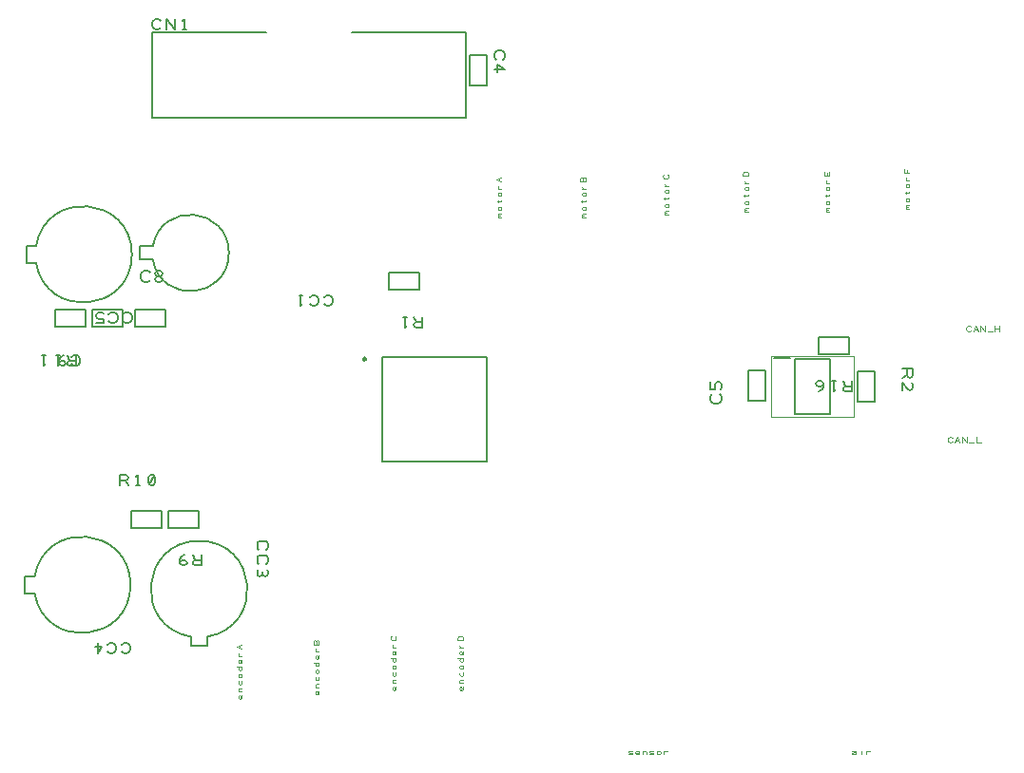
<source format=gto>
G04 EasyPC Gerber Version 21.0.3 Build 4286 *
%FSLAX35Y35*%
%MOIN*%
%ADD78C,0.00100*%
%ADD104C,0.00197*%
%ADD16C,0.00500*%
%ADD90C,0.00787*%
%ADD103C,0.00984*%
X0Y0D02*
D02*
D16*
X257070Y106309D02*
G75*
G03Y112191I16680J2941D01*
G01*
X253750*
Y106309*
X257070*
X257570Y222309D02*
G75*
G03Y228191I16680J2941D01*
G01*
X254250*
Y222309*
X257570*
X271581Y189844D02*
Y186094D01*
X269393*
X268768Y186406*
X268456Y187031*
X268768Y187656*
X269393Y187969*
X271581*
X269393D02*
X268456Y189844D01*
X265956D02*
X264706D01*
X265331D02*
Y186094D01*
X265956Y186719*
X260956Y189844D02*
X259706D01*
X260331D02*
Y186094D01*
X260956Y186719*
X269956Y189219D02*
X270268Y189531D01*
X270893Y189844*
X271831*
X272456Y189531*
X272768Y189219*
X273081Y188594*
Y187344*
X272768Y186719*
X272456Y186406*
X271831Y186094*
X270893*
X270268Y186406*
X269956Y186719*
X267143Y189844D02*
X266518Y189531D01*
X265893Y188906*
X265581Y187969*
Y187031*
X265893Y186406*
X266518Y186094*
X267143*
X267768Y186406*
X268081Y187031*
X267768Y187656*
X267143Y187969*
X266518*
X265893Y187656*
X265581Y187031*
X275081Y205719D02*
X264419D01*
Y199781*
X275081*
Y205719*
X286919Y144156D02*
Y147906D01*
X289107*
X289732Y147594*
X290044Y146969*
X289732Y146344*
X289107Y146031*
X286919*
X289107D02*
X290044Y144156D01*
X292544D02*
X293794D01*
X293169D02*
Y147906D01*
X292544Y147281*
X297232Y144469D02*
X297857Y144156D01*
X298482*
X299107Y144469*
X299419Y145094*
Y146969*
X299107Y147594*
X298482Y147906*
X297857*
X297232Y147594*
X296919Y146969*
Y145094*
X297232Y144469*
X299107Y147594*
X288081Y205719D02*
X277419D01*
Y199781*
X288081*
Y205719*
X287562Y88250D02*
X287874Y88563D01*
X288500Y88876*
X289437*
X290062Y88563*
X290374Y88250*
X290687Y87626*
Y86376*
X290374Y85750*
X290062Y85438*
X289437Y85126*
X288500*
X287874Y85438*
X287562Y85750*
X282562Y88250D02*
X282874Y88563D01*
X283500Y88876*
X284437*
X285062Y88563*
X285374Y88250*
X285687Y87626*
Y86376*
X285374Y85750*
X285062Y85438*
X284437Y85126*
X283500*
X282874Y85438*
X282562Y85750*
X279124Y88876D02*
Y85126D01*
X280687Y87626*
X278187*
X290919Y129281D02*
X301581D01*
Y135219*
X290919*
Y129281*
X288062Y204250D02*
X288374Y204563D01*
X289000Y204876*
X289937*
X290562Y204563*
X290874Y204250*
X291187Y203626*
Y202376*
X290874Y201750*
X290562Y201438*
X289937Y201126*
X289000*
X288374Y201438*
X288062Y201750*
X283062Y204250D02*
X283374Y204563D01*
X284000Y204876*
X284937*
X285562Y204563*
X285874Y204250*
X286187Y203626*
Y202376*
X285874Y201750*
X285562Y201438*
X284937Y201126*
X284000*
X283374Y201438*
X283062Y201750*
X281187Y204563D02*
X280562Y204876D01*
X279624*
X279000Y204563*
X278687Y203938*
Y203626*
X279000Y203000*
X279624Y202688*
X281187*
Y201126*
X278687*
X292419Y199781D02*
X303081D01*
Y205719*
X292419*
Y199781*
X297544Y216281D02*
X297232Y215969D01*
X296607Y215656*
X295669*
X295044Y215969*
X294732Y216281*
X294419Y216906*
Y218156*
X294732Y218781*
X295044Y219094*
X295669Y219406*
X296607*
X297232Y219094*
X297544Y218781*
X300357Y217531D02*
X300982D01*
X301607Y217844*
X301919Y218469*
X301607Y219094*
X300982Y219406*
X300357*
X299732Y219094*
X299419Y218469*
X299732Y217844*
X300357Y217531*
X299732Y217219*
X299419Y216594*
X299732Y215969*
X300357Y215656*
X300982*
X301607Y215969*
X301919Y216594*
X301607Y217219*
X300982Y217531*
X301375Y304813D02*
X301063Y304500D01*
X300437Y304187*
X299500*
X298875Y304500*
X298563Y304813*
X298250Y305437*
Y306687*
X298563Y307313*
X298875Y307625*
X299500Y307937*
X300437*
X301063Y307625*
X301375Y307313*
X303250Y304187D02*
Y307937D01*
X306375Y304187*
Y307937*
X308875Y304187D02*
X310125D01*
X309500D02*
Y307937D01*
X308875Y307313*
X298521Y223417D02*
G75*
G03Y228083I13229J2333D01*
G01*
X293796*
Y223417*
X298521*
X314581Y135219D02*
X303919D01*
Y129281*
X314581*
Y135219*
X315581Y119844D02*
Y116094D01*
X313393*
X312768Y116406*
X312456Y117031*
X312768Y117656*
X313393Y117969*
X315581*
X313393D02*
X312456Y119844D01*
X309643D02*
X309018Y119531D01*
X308393Y118906*
X308081Y117969*
Y117031*
X308393Y116406*
X309018Y116094*
X309643*
X310268Y116406*
X310581Y117031*
X310268Y117656*
X309643Y117969*
X309018*
X308393Y117656*
X308081Y117031*
X317691Y91070D02*
G75*
G03X311809I-2941J16680D01*
G01*
Y87750*
X317691*
Y91070*
X335750Y121562D02*
X335437Y121874D01*
X335124Y122500*
Y123437*
X335437Y124062*
X335750Y124374*
X336374Y124687*
X337624*
X338250Y124374*
X338562Y124062*
X338874Y123437*
Y122500*
X338562Y121874*
X338250Y121562*
X335750Y116562D02*
X335437Y116874D01*
X335124Y117500*
Y118437*
X335437Y119062*
X335750Y119374*
X336374Y119687*
X337624*
X338250Y119374*
X338562Y119062*
X338874Y118437*
Y117500*
X338562Y116874*
X338250Y116562*
X335437Y114374D02*
X335124Y113750D01*
Y113124*
X335437Y112500*
X336062Y112187*
X336687Y112500*
X337000Y113124*
Y113750*
Y113124D02*
X337312Y112500D01*
X337937Y112187*
X338562Y112500*
X338874Y113124*
Y113750*
X338562Y114374*
X338250Y303250D02*
X298250D01*
Y273250*
X408250*
Y303250*
X368250*
X358558Y210254D02*
X358870Y210567D01*
X359496Y210880*
X360433*
X361058Y210567*
X361370Y210254*
X361683Y209630*
Y208380*
X361370Y207754*
X361058Y207442*
X360433Y207130*
X359496*
X358870Y207442*
X358558Y207754*
X353558Y210254D02*
X353870Y210567D01*
X354496Y210880*
X355433*
X356058Y210567*
X356370Y210254*
X356683Y209630*
Y208380*
X356370Y207754*
X356058Y207442*
X355433Y207130*
X354496*
X353870Y207442*
X353558Y207754*
X351058Y210880D02*
X349808D01*
X350433D02*
Y207130D01*
X351058Y207754*
X392081Y218719D02*
X381419D01*
Y212781*
X392081*
Y218719*
X393081Y203344D02*
Y199594D01*
X390893*
X390268Y199906*
X389956Y200531*
X390268Y201156*
X390893Y201469*
X393081*
X390893D02*
X389956Y203344D01*
X387456D02*
X386206D01*
X386831D02*
Y199594D01*
X387456Y200219*
X409781Y295081D02*
Y284419D01*
X415719*
Y295081*
X409781*
X418813Y293625D02*
X418500Y293937D01*
X418187Y294563*
Y295500*
X418500Y296125*
X418813Y296437*
X419437Y296750*
X420687*
X421313Y296437*
X421625Y296125*
X421937Y295500*
Y294563*
X421625Y293937*
X421313Y293625*
X418187Y290187D02*
X421937D01*
X419437Y291750*
Y289250*
X497219Y176044D02*
X497531Y175732D01*
X497844Y175107*
Y174169*
X497531Y173544*
X497219Y173232*
X496594Y172919*
X495344*
X494719Y173232*
X494406Y173544*
X494094Y174169*
Y175107*
X494406Y175732*
X494719Y176044*
X497531Y177919D02*
X497844Y178544D01*
Y179482*
X497531Y180107*
X496906Y180419*
X496594*
X495969Y180107*
X495656Y179482*
Y177919*
X494094*
Y180419*
X513219Y173919D02*
Y184581D01*
X507281*
Y173919*
X513219*
X542581Y196219D02*
X531919D01*
Y190281*
X542581*
Y196219*
X543581Y180844D02*
Y177094D01*
X541393*
X540768Y177406*
X540456Y178031*
X540768Y178656*
X541393Y178969*
X543581*
X541393D02*
X540456Y180844D01*
X537956D02*
X536706D01*
X537331D02*
Y177094D01*
X537956Y177719*
X533581Y179906D02*
X533268Y179281D01*
X532643Y178969*
X532018*
X531393Y179281*
X531081Y179906*
X531393Y180531*
X532018Y180844*
X532643*
X533268Y180531*
X533581Y179906*
Y178969*
X533268Y178031*
X532643Y177406*
X532018Y177094*
X545781Y184081D02*
Y173419D01*
X551719*
Y184081*
X545781*
X561156Y185081D02*
X564906D01*
Y182893*
X564594Y182268*
X563969Y181956*
X563344Y182268*
X563031Y182893*
Y185081*
Y182893D02*
X561156Y181956D01*
Y177581D02*
Y180081D01*
X563344Y177893*
X563969Y177581*
X564594Y177893*
X564906Y178518*
Y179456*
X564594Y180081*
D02*
D78*
X329625Y70500D02*
X329781Y70344D01*
Y70031*
Y69719*
X329625Y69406*
X329313Y69250*
X328844*
X328687Y69406*
X328531Y69719*
Y70031*
X328687Y70344*
X328844Y70500*
X329000*
X329156Y70344*
X329313Y70031*
Y69719*
X329156Y69406*
X329000Y69250*
X329781Y71750D02*
X328531D01*
X329000D02*
X328687Y71906D01*
X328531Y72219*
Y72531*
X328687Y72844*
X329000Y73000*
X329781*
X328687Y75500D02*
X328531Y75187D01*
Y74719*
X328687Y74406*
X329000Y74250*
X329313*
X329625Y74406*
X329781Y74719*
Y75187*
X329625Y75500*
X329313Y76750D02*
X329625Y76906D01*
X329781Y77219*
Y77531*
X329625Y77844*
X329313Y78000*
X329000*
X328687Y77844*
X328531Y77531*
Y77219*
X328687Y76906*
X329000Y76750*
X329313*
X329000Y80500D02*
X328687Y80344D01*
X328531Y80031*
Y79719*
X328687Y79406*
X329000Y79250*
X329313*
X329625Y79406*
X329781Y79719*
Y80031*
X329625Y80344*
X329313Y80500*
X329781D02*
X327906D01*
X329625Y83000D02*
X329781Y82844D01*
Y82531*
Y82219*
X329625Y81906*
X329313Y81750*
X328844*
X328687Y81906*
X328531Y82219*
Y82531*
X328687Y82844*
X328844Y83000*
X329000*
X329156Y82844*
X329313Y82531*
Y82219*
X329156Y81906*
X329000Y81750*
X329781Y84250D02*
X328531D01*
X329000D02*
X328687Y84406D01*
X328531Y84719*
Y85031*
X328687Y85344*
X329781Y86750D02*
X327906Y87531D01*
X329781Y88313*
X329000Y87063D02*
Y88000D01*
X356625Y72000D02*
X356781Y71844D01*
Y71531*
Y71219*
X356625Y70906*
X356313Y70750*
X355844*
X355687Y70906*
X355531Y71219*
Y71531*
X355687Y71844*
X355844Y72000*
X356000*
X356156Y71844*
X356313Y71531*
Y71219*
X356156Y70906*
X356000Y70750*
X356781Y73250D02*
X355531D01*
X356000D02*
X355687Y73406D01*
X355531Y73719*
Y74031*
X355687Y74344*
X356000Y74500*
X356781*
X355687Y77000D02*
X355531Y76687D01*
Y76219*
X355687Y75906*
X356000Y75750*
X356313*
X356625Y75906*
X356781Y76219*
Y76687*
X356625Y77000*
X356313Y78250D02*
X356625Y78406D01*
X356781Y78719*
Y79031*
X356625Y79344*
X356313Y79500*
X356000*
X355687Y79344*
X355531Y79031*
Y78719*
X355687Y78406*
X356000Y78250*
X356313*
X356000Y82000D02*
X355687Y81844D01*
X355531Y81531*
Y81219*
X355687Y80906*
X356000Y80750*
X356313*
X356625Y80906*
X356781Y81219*
Y81531*
X356625Y81844*
X356313Y82000*
X356781D02*
X354906D01*
X356625Y84500D02*
X356781Y84344D01*
Y84031*
Y83719*
X356625Y83406*
X356313Y83250*
X355844*
X355687Y83406*
X355531Y83719*
Y84031*
X355687Y84344*
X355844Y84500*
X356000*
X356156Y84344*
X356313Y84031*
Y83719*
X356156Y83406*
X356000Y83250*
X356781Y85750D02*
X355531D01*
X356000D02*
X355687Y85906D01*
X355531Y86219*
Y86531*
X355687Y86844*
X355844Y89344D02*
X356000Y89656D01*
X356313Y89813*
X356625Y89656*
X356781Y89344*
Y88250*
X354906*
Y89344*
X355063Y89656*
X355375Y89813*
X355687Y89656*
X355844Y89344*
Y88250*
X383625Y73500D02*
X383781Y73344D01*
Y73031*
Y72719*
X383625Y72406*
X383313Y72250*
X382844*
X382687Y72406*
X382531Y72719*
Y73031*
X382687Y73344*
X382844Y73500*
X383000*
X383156Y73344*
X383313Y73031*
Y72719*
X383156Y72406*
X383000Y72250*
X383781Y74750D02*
X382531D01*
X383000D02*
X382687Y74906D01*
X382531Y75219*
Y75531*
X382687Y75844*
X383000Y76000*
X383781*
X382687Y78500D02*
X382531Y78187D01*
Y77719*
X382687Y77406*
X383000Y77250*
X383313*
X383625Y77406*
X383781Y77719*
Y78187*
X383625Y78500*
X383313Y79750D02*
X383625Y79906D01*
X383781Y80219*
Y80531*
X383625Y80844*
X383313Y81000*
X383000*
X382687Y80844*
X382531Y80531*
Y80219*
X382687Y79906*
X383000Y79750*
X383313*
X383000Y83500D02*
X382687Y83344D01*
X382531Y83031*
Y82719*
X382687Y82406*
X383000Y82250*
X383313*
X383625Y82406*
X383781Y82719*
Y83031*
X383625Y83344*
X383313Y83500*
X383781D02*
X381906D01*
X383625Y86000D02*
X383781Y85844D01*
Y85531*
Y85219*
X383625Y84906*
X383313Y84750*
X382844*
X382687Y84906*
X382531Y85219*
Y85531*
X382687Y85844*
X382844Y86000*
X383000*
X383156Y85844*
X383313Y85531*
Y85219*
X383156Y84906*
X383000Y84750*
X383781Y87250D02*
X382531D01*
X383000D02*
X382687Y87406D01*
X382531Y87719*
Y88031*
X382687Y88344*
X383469Y91313D02*
X383625Y91156D01*
X383781Y90844*
Y90375*
X383625Y90063*
X383469Y89906*
X383156Y89750*
X382531*
X382219Y89906*
X382063Y90063*
X381906Y90375*
Y90844*
X382063Y91156*
X382219Y91313*
X407125Y73500D02*
X407281Y73344D01*
Y73031*
Y72719*
X407125Y72406*
X406813Y72250*
X406344*
X406187Y72406*
X406031Y72719*
Y73031*
X406187Y73344*
X406344Y73500*
X406500*
X406656Y73344*
X406813Y73031*
Y72719*
X406656Y72406*
X406500Y72250*
X407281Y74750D02*
X406031D01*
X406500D02*
X406187Y74906D01*
X406031Y75219*
Y75531*
X406187Y75844*
X406500Y76000*
X407281*
X406187Y78500D02*
X406031Y78187D01*
Y77719*
X406187Y77406*
X406500Y77250*
X406813*
X407125Y77406*
X407281Y77719*
Y78187*
X407125Y78500*
X406813Y79750D02*
X407125Y79906D01*
X407281Y80219*
Y80531*
X407125Y80844*
X406813Y81000*
X406500*
X406187Y80844*
X406031Y80531*
Y80219*
X406187Y79906*
X406500Y79750*
X406813*
X406500Y83500D02*
X406187Y83344D01*
X406031Y83031*
Y82719*
X406187Y82406*
X406500Y82250*
X406813*
X407125Y82406*
X407281Y82719*
Y83031*
X407125Y83344*
X406813Y83500*
X407281D02*
X405406D01*
X407125Y86000D02*
X407281Y85844D01*
Y85531*
Y85219*
X407125Y84906*
X406813Y84750*
X406344*
X406187Y84906*
X406031Y85219*
Y85531*
X406187Y85844*
X406344Y86000*
X406500*
X406656Y85844*
X406813Y85531*
Y85219*
X406656Y84906*
X406500Y84750*
X407281Y87250D02*
X406031D01*
X406500D02*
X406187Y87406D01*
X406031Y87719*
Y88031*
X406187Y88344*
X407281Y89750D02*
X405406D01*
Y90687*
X405563Y91000*
X405719Y91156*
X406031Y91313*
X406656*
X406969Y91156*
X407125Y91000*
X407281Y90687*
Y89750*
X420781Y238250D02*
X419531D01*
X419687D02*
X419531Y238406D01*
Y238719*
X419687Y238875*
X420156*
X419687D02*
X419531Y239031D01*
Y239344*
X419687Y239500*
X420781*
X420313Y240750D02*
X420625Y240906D01*
X420781Y241219*
Y241531*
X420625Y241844*
X420313Y242000*
X420000*
X419687Y241844*
X419531Y241531*
Y241219*
X419687Y240906*
X420000Y240750*
X420313*
X419531Y243563D02*
Y244187D01*
X419219Y243875D02*
X420625D01*
X420781Y244031*
Y244187*
X420625Y244344*
X420313Y245750D02*
X420625Y245906D01*
X420781Y246219*
Y246531*
X420625Y246844*
X420313Y247000*
X420000*
X419687Y246844*
X419531Y246531*
Y246219*
X419687Y245906*
X420000Y245750*
X420313*
X420781Y248250D02*
X419531D01*
X420000D02*
X419687Y248406D01*
X419531Y248719*
Y249031*
X419687Y249344*
X420781Y250750D02*
X418906Y251531D01*
X420781Y252313*
X420000Y251063D02*
Y252000D01*
X450281Y238250D02*
X449031D01*
X449187D02*
X449031Y238406D01*
Y238719*
X449187Y238875*
X449656*
X449187D02*
X449031Y239031D01*
Y239344*
X449187Y239500*
X450281*
X449813Y240750D02*
X450125Y240906D01*
X450281Y241219*
Y241531*
X450125Y241844*
X449813Y242000*
X449500*
X449187Y241844*
X449031Y241531*
Y241219*
X449187Y240906*
X449500Y240750*
X449813*
X449031Y243563D02*
Y244187D01*
X448719Y243875D02*
X450125D01*
X450281Y244031*
Y244187*
X450125Y244344*
X449813Y245750D02*
X450125Y245906D01*
X450281Y246219*
Y246531*
X450125Y246844*
X449813Y247000*
X449500*
X449187Y246844*
X449031Y246531*
Y246219*
X449187Y245906*
X449500Y245750*
X449813*
X450281Y248250D02*
X449031D01*
X449500D02*
X449187Y248406D01*
X449031Y248719*
Y249031*
X449187Y249344*
X449344Y251844D02*
X449500Y252156D01*
X449813Y252313*
X450125Y252156*
X450281Y251844*
Y250750*
X448406*
Y251844*
X448563Y252156*
X448875Y252313*
X449187Y252156*
X449344Y251844*
Y250750*
X465250Y49875D02*
X465563Y49719D01*
X466187*
X466500Y49875*
Y50187*
X466187Y50344*
X465563*
X465250Y50500*
Y50813*
X465563Y50969*
X466187*
X466500Y50813*
X469000Y49875D02*
X468844Y49719D01*
X468531*
X468219*
X467906Y49875*
X467750Y50187*
Y50656*
X467906Y50813*
X468219Y50969*
X468531*
X468844Y50813*
X469000Y50656*
Y50500*
X468844Y50344*
X468531Y50187*
X468219*
X467906Y50344*
X467750Y50500*
X470250Y49719D02*
Y50969D01*
Y50500D02*
X470406Y50813D01*
X470719Y50969*
X471031*
X471344Y50813*
X471500Y50500*
Y49719*
X472750Y49875D02*
X473063Y49719D01*
X473687*
X474000Y49875*
Y50187*
X473687Y50344*
X473063*
X472750Y50500*
Y50813*
X473063Y50969*
X473687*
X474000Y50813*
X475250Y50187D02*
X475406Y49875D01*
X475719Y49719*
X476031*
X476344Y49875*
X476500Y50187*
Y50500*
X476344Y50813*
X476031Y50969*
X475719*
X475406Y50813*
X475250Y50500*
Y50187*
X477750Y49719D02*
Y50969D01*
Y50500D02*
X477906Y50813D01*
X478219Y50969*
X478531*
X478844Y50813*
X479281Y239250D02*
X478031D01*
X478187D02*
X478031Y239406D01*
Y239719*
X478187Y239875*
X478656*
X478187D02*
X478031Y240031D01*
Y240344*
X478187Y240500*
X479281*
X478813Y241750D02*
X479125Y241906D01*
X479281Y242219*
Y242531*
X479125Y242844*
X478813Y243000*
X478500*
X478187Y242844*
X478031Y242531*
Y242219*
X478187Y241906*
X478500Y241750*
X478813*
X478031Y244563D02*
Y245187D01*
X477719Y244875D02*
X479125D01*
X479281Y245031*
Y245187*
X479125Y245344*
X478813Y246750D02*
X479125Y246906D01*
X479281Y247219*
Y247531*
X479125Y247844*
X478813Y248000*
X478500*
X478187Y247844*
X478031Y247531*
Y247219*
X478187Y246906*
X478500Y246750*
X478813*
X479281Y249250D02*
X478031D01*
X478500D02*
X478187Y249406D01*
X478031Y249719*
Y250031*
X478187Y250344*
X478969Y253313D02*
X479125Y253156D01*
X479281Y252844*
Y252375*
X479125Y252063*
X478969Y251906*
X478656Y251750*
X478031*
X477719Y251906*
X477563Y252063*
X477406Y252375*
Y252844*
X477563Y253156*
X477719Y253313*
X507281Y240250D02*
X506031D01*
X506187D02*
X506031Y240406D01*
Y240719*
X506187Y240875*
X506656*
X506187D02*
X506031Y241031D01*
Y241344*
X506187Y241500*
X507281*
X506813Y242750D02*
X507125Y242906D01*
X507281Y243219*
Y243531*
X507125Y243844*
X506813Y244000*
X506500*
X506187Y243844*
X506031Y243531*
Y243219*
X506187Y242906*
X506500Y242750*
X506813*
X506031Y245563D02*
Y246187D01*
X505719Y245875D02*
X507125D01*
X507281Y246031*
Y246187*
X507125Y246344*
X506813Y247750D02*
X507125Y247906D01*
X507281Y248219*
Y248531*
X507125Y248844*
X506813Y249000*
X506500*
X506187Y248844*
X506031Y248531*
Y248219*
X506187Y247906*
X506500Y247750*
X506813*
X507281Y250250D02*
X506031D01*
X506500D02*
X506187Y250406D01*
X506031Y250719*
Y251031*
X506187Y251344*
X507281Y252750D02*
X505406D01*
Y253687*
X505563Y254000*
X505719Y254156*
X506031Y254313*
X506656*
X506969Y254156*
X507125Y254000*
X507281Y253687*
Y252750*
X535781Y240250D02*
X534531D01*
X534687D02*
X534531Y240406D01*
Y240719*
X534687Y240875*
X535156*
X534687D02*
X534531Y241031D01*
Y241344*
X534687Y241500*
X535781*
X535313Y242750D02*
X535625Y242906D01*
X535781Y243219*
Y243531*
X535625Y243844*
X535313Y244000*
X535000*
X534687Y243844*
X534531Y243531*
Y243219*
X534687Y242906*
X535000Y242750*
X535313*
X534531Y245563D02*
Y246187D01*
X534219Y245875D02*
X535625D01*
X535781Y246031*
Y246187*
X535625Y246344*
X535313Y247750D02*
X535625Y247906D01*
X535781Y248219*
Y248531*
X535625Y248844*
X535313Y249000*
X535000*
X534687Y248844*
X534531Y248531*
Y248219*
X534687Y247906*
X535000Y247750*
X535313*
X535781Y250250D02*
X534531D01*
X535000D02*
X534687Y250406D01*
X534531Y250719*
Y251031*
X534687Y251344*
X535781Y252750D02*
X533906D01*
Y254313*
X534844Y254000D02*
Y252750D01*
X535781D02*
Y254313D01*
X543750Y50813D02*
X544063Y50969D01*
X544531*
X544844Y50813*
X545000Y50500*
Y50031*
X544844Y49875*
X544531Y49719*
X544219*
X543906Y49875*
X543750Y50031*
Y50187*
X543906Y50344*
X544219Y50500*
X544531*
X544844Y50344*
X545000Y50187*
Y50031D02*
Y49719D01*
X546875D02*
Y50969D01*
Y51437D02*
X548750Y49719*
Y50969D01*
Y50500D02*
X548906Y50813D01*
X549219Y50969*
X549531*
X549844Y50813*
X563781Y241250D02*
X562531D01*
X562687D02*
X562531Y241406D01*
Y241719*
X562687Y241875*
X563156*
X562687D02*
X562531Y242031D01*
Y242344*
X562687Y242500*
X563781*
X563313Y243750D02*
X563625Y243906D01*
X563781Y244219*
Y244531*
X563625Y244844*
X563313Y245000*
X563000*
X562687Y244844*
X562531Y244531*
Y244219*
X562687Y243906*
X563000Y243750*
X563313*
X562531Y246563D02*
Y247187D01*
X562219Y246875D02*
X563625D01*
X563781Y247031*
Y247187*
X563625Y247344*
X563313Y248750D02*
X563625Y248906D01*
X563781Y249219*
Y249531*
X563625Y249844*
X563313Y250000*
X563000*
X562687Y249844*
X562531Y249531*
Y249219*
X562687Y248906*
X563000Y248750*
X563313*
X563781Y251250D02*
X562531D01*
X563000D02*
X562687Y251406D01*
X562531Y251719*
Y252031*
X562687Y252344*
X563781Y253750D02*
X561906D01*
Y255313*
X562844Y255000D02*
Y253750D01*
X578813Y159531D02*
X578656Y159375D01*
X578344Y159219*
X577875*
X577563Y159375*
X577406Y159531*
X577250Y159844*
Y160469*
X577406Y160781*
X577563Y160937*
X577875Y161094*
X578344*
X578656Y160937*
X578813Y160781*
X579750Y159219D02*
X580531Y161094D01*
X581313Y159219*
X580063Y160000D02*
X581000D01*
X582250Y159219D02*
Y161094D01*
X583813Y159219*
Y161094*
X584750Y159219D02*
X586313D01*
X587250Y161094D02*
Y159219D01*
X588813*
X585313Y198531D02*
X585156Y198375D01*
X584844Y198219*
X584375*
X584063Y198375*
X583906Y198531*
X583750Y198844*
Y199469*
X583906Y199781*
X584063Y199937*
X584375Y200094*
X584844*
X585156Y199937*
X585313Y199781*
X586250Y198219D02*
X587031Y200094D01*
X587813Y198219*
X586563Y199000D02*
X587500D01*
X588750Y198219D02*
Y200094D01*
X590313Y198219*
Y200094*
X591250Y198219D02*
X592813D01*
X593750D02*
Y200094D01*
Y199156D02*
X595313D01*
Y198219D02*
Y200094D01*
D02*
D90*
X378943Y189057D02*
X415557D01*
Y152443*
X378943*
Y189057*
X516167Y188907D02*
X522073D01*
X523451Y188396D02*
X536049D01*
Y169104*
X523451*
Y188396*
D02*
D103*
X373234Y188467D02*
G75*
G02X372250I-492D01*
G01*
X373234D02*
G75*
G02X372250I-492D01*
G01*
G75*
G02X373234I492*
G01*
D02*
D104*
X515183Y189380D02*
X544317D01*
Y168120*
X515183*
Y189380*
X0Y0D02*
M02*

</source>
